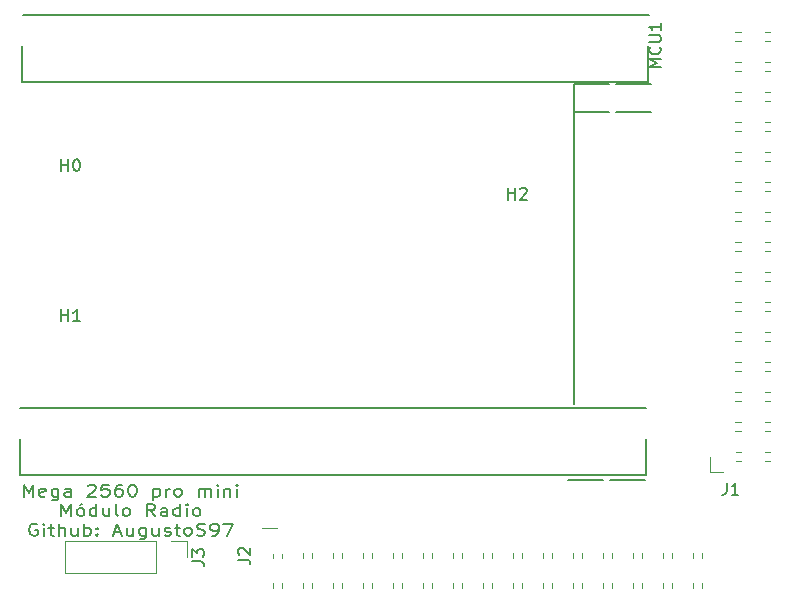
<source format=gbr>
%TF.GenerationSoftware,KiCad,Pcbnew,(5.1.9)-1*%
%TF.CreationDate,2021-09-19T21:25:35+01:00*%
%TF.ProjectId,Mega2560-pro-mini-radio,4d656761-3235-4363-902d-70726f2d6d69,rev?*%
%TF.SameCoordinates,Original*%
%TF.FileFunction,Legend,Top*%
%TF.FilePolarity,Positive*%
%FSLAX46Y46*%
G04 Gerber Fmt 4.6, Leading zero omitted, Abs format (unit mm)*
G04 Created by KiCad (PCBNEW (5.1.9)-1) date 2021-09-19 21:25:35*
%MOMM*%
%LPD*%
G01*
G04 APERTURE LIST*
%ADD10C,0.150000*%
%ADD11C,0.120000*%
G04 APERTURE END LIST*
D10*
X109081428Y-127072380D02*
X109081428Y-126072380D01*
X109481428Y-126786666D01*
X109881428Y-126072380D01*
X109881428Y-127072380D01*
X110910000Y-127024761D02*
X110795714Y-127072380D01*
X110567142Y-127072380D01*
X110452857Y-127024761D01*
X110395714Y-126929523D01*
X110395714Y-126548571D01*
X110452857Y-126453333D01*
X110567142Y-126405714D01*
X110795714Y-126405714D01*
X110910000Y-126453333D01*
X110967142Y-126548571D01*
X110967142Y-126643809D01*
X110395714Y-126739047D01*
X111995714Y-126405714D02*
X111995714Y-127215238D01*
X111938571Y-127310476D01*
X111881428Y-127358095D01*
X111767142Y-127405714D01*
X111595714Y-127405714D01*
X111481428Y-127358095D01*
X111995714Y-127024761D02*
X111881428Y-127072380D01*
X111652857Y-127072380D01*
X111538571Y-127024761D01*
X111481428Y-126977142D01*
X111424285Y-126881904D01*
X111424285Y-126596190D01*
X111481428Y-126500952D01*
X111538571Y-126453333D01*
X111652857Y-126405714D01*
X111881428Y-126405714D01*
X111995714Y-126453333D01*
X113081428Y-127072380D02*
X113081428Y-126548571D01*
X113024285Y-126453333D01*
X112910000Y-126405714D01*
X112681428Y-126405714D01*
X112567142Y-126453333D01*
X113081428Y-127024761D02*
X112967142Y-127072380D01*
X112681428Y-127072380D01*
X112567142Y-127024761D01*
X112510000Y-126929523D01*
X112510000Y-126834285D01*
X112567142Y-126739047D01*
X112681428Y-126691428D01*
X112967142Y-126691428D01*
X113081428Y-126643809D01*
X114510000Y-126167619D02*
X114567142Y-126120000D01*
X114681428Y-126072380D01*
X114967142Y-126072380D01*
X115081428Y-126120000D01*
X115138571Y-126167619D01*
X115195714Y-126262857D01*
X115195714Y-126358095D01*
X115138571Y-126500952D01*
X114452857Y-127072380D01*
X115195714Y-127072380D01*
X116281428Y-126072380D02*
X115710000Y-126072380D01*
X115652857Y-126548571D01*
X115710000Y-126500952D01*
X115824285Y-126453333D01*
X116110000Y-126453333D01*
X116224285Y-126500952D01*
X116281428Y-126548571D01*
X116338571Y-126643809D01*
X116338571Y-126881904D01*
X116281428Y-126977142D01*
X116224285Y-127024761D01*
X116110000Y-127072380D01*
X115824285Y-127072380D01*
X115710000Y-127024761D01*
X115652857Y-126977142D01*
X117367142Y-126072380D02*
X117138571Y-126072380D01*
X117024285Y-126120000D01*
X116967142Y-126167619D01*
X116852857Y-126310476D01*
X116795714Y-126500952D01*
X116795714Y-126881904D01*
X116852857Y-126977142D01*
X116910000Y-127024761D01*
X117024285Y-127072380D01*
X117252857Y-127072380D01*
X117367142Y-127024761D01*
X117424285Y-126977142D01*
X117481428Y-126881904D01*
X117481428Y-126643809D01*
X117424285Y-126548571D01*
X117367142Y-126500952D01*
X117252857Y-126453333D01*
X117024285Y-126453333D01*
X116910000Y-126500952D01*
X116852857Y-126548571D01*
X116795714Y-126643809D01*
X118224285Y-126072380D02*
X118338571Y-126072380D01*
X118452857Y-126120000D01*
X118510000Y-126167619D01*
X118567142Y-126262857D01*
X118624285Y-126453333D01*
X118624285Y-126691428D01*
X118567142Y-126881904D01*
X118510000Y-126977142D01*
X118452857Y-127024761D01*
X118338571Y-127072380D01*
X118224285Y-127072380D01*
X118110000Y-127024761D01*
X118052857Y-126977142D01*
X117995714Y-126881904D01*
X117938571Y-126691428D01*
X117938571Y-126453333D01*
X117995714Y-126262857D01*
X118052857Y-126167619D01*
X118110000Y-126120000D01*
X118224285Y-126072380D01*
X120052857Y-126405714D02*
X120052857Y-127405714D01*
X120052857Y-126453333D02*
X120167142Y-126405714D01*
X120395714Y-126405714D01*
X120510000Y-126453333D01*
X120567142Y-126500952D01*
X120624285Y-126596190D01*
X120624285Y-126881904D01*
X120567142Y-126977142D01*
X120510000Y-127024761D01*
X120395714Y-127072380D01*
X120167142Y-127072380D01*
X120052857Y-127024761D01*
X121138571Y-127072380D02*
X121138571Y-126405714D01*
X121138571Y-126596190D02*
X121195714Y-126500952D01*
X121252857Y-126453333D01*
X121367142Y-126405714D01*
X121481428Y-126405714D01*
X122052857Y-127072380D02*
X121938571Y-127024761D01*
X121881428Y-126977142D01*
X121824285Y-126881904D01*
X121824285Y-126596190D01*
X121881428Y-126500952D01*
X121938571Y-126453333D01*
X122052857Y-126405714D01*
X122224285Y-126405714D01*
X122338571Y-126453333D01*
X122395714Y-126500952D01*
X122452857Y-126596190D01*
X122452857Y-126881904D01*
X122395714Y-126977142D01*
X122338571Y-127024761D01*
X122224285Y-127072380D01*
X122052857Y-127072380D01*
X123881428Y-127072380D02*
X123881428Y-126405714D01*
X123881428Y-126500952D02*
X123938571Y-126453333D01*
X124052857Y-126405714D01*
X124224285Y-126405714D01*
X124338571Y-126453333D01*
X124395714Y-126548571D01*
X124395714Y-127072380D01*
X124395714Y-126548571D02*
X124452857Y-126453333D01*
X124567142Y-126405714D01*
X124738571Y-126405714D01*
X124852857Y-126453333D01*
X124910000Y-126548571D01*
X124910000Y-127072380D01*
X125481428Y-127072380D02*
X125481428Y-126405714D01*
X125481428Y-126072380D02*
X125424285Y-126120000D01*
X125481428Y-126167619D01*
X125538571Y-126120000D01*
X125481428Y-126072380D01*
X125481428Y-126167619D01*
X126052857Y-126405714D02*
X126052857Y-127072380D01*
X126052857Y-126500952D02*
X126110000Y-126453333D01*
X126224285Y-126405714D01*
X126395714Y-126405714D01*
X126510000Y-126453333D01*
X126567142Y-126548571D01*
X126567142Y-127072380D01*
X127138571Y-127072380D02*
X127138571Y-126405714D01*
X127138571Y-126072380D02*
X127081428Y-126120000D01*
X127138571Y-126167619D01*
X127195714Y-126120000D01*
X127138571Y-126072380D01*
X127138571Y-126167619D01*
X112252857Y-128722380D02*
X112252857Y-127722380D01*
X112652857Y-128436666D01*
X113052857Y-127722380D01*
X113052857Y-128722380D01*
X113795714Y-128722380D02*
X113681428Y-128674761D01*
X113624285Y-128627142D01*
X113567142Y-128531904D01*
X113567142Y-128246190D01*
X113624285Y-128150952D01*
X113681428Y-128103333D01*
X113795714Y-128055714D01*
X113967142Y-128055714D01*
X114081428Y-128103333D01*
X114138571Y-128150952D01*
X114195714Y-128246190D01*
X114195714Y-128531904D01*
X114138571Y-128627142D01*
X114081428Y-128674761D01*
X113967142Y-128722380D01*
X113795714Y-128722380D01*
X114024285Y-127674761D02*
X113852857Y-127817619D01*
X115224285Y-128722380D02*
X115224285Y-127722380D01*
X115224285Y-128674761D02*
X115110000Y-128722380D01*
X114881428Y-128722380D01*
X114767142Y-128674761D01*
X114710000Y-128627142D01*
X114652857Y-128531904D01*
X114652857Y-128246190D01*
X114710000Y-128150952D01*
X114767142Y-128103333D01*
X114881428Y-128055714D01*
X115110000Y-128055714D01*
X115224285Y-128103333D01*
X116310000Y-128055714D02*
X116310000Y-128722380D01*
X115795714Y-128055714D02*
X115795714Y-128579523D01*
X115852857Y-128674761D01*
X115967142Y-128722380D01*
X116138571Y-128722380D01*
X116252857Y-128674761D01*
X116310000Y-128627142D01*
X117052857Y-128722380D02*
X116938571Y-128674761D01*
X116881428Y-128579523D01*
X116881428Y-127722380D01*
X117681428Y-128722380D02*
X117567142Y-128674761D01*
X117510000Y-128627142D01*
X117452857Y-128531904D01*
X117452857Y-128246190D01*
X117510000Y-128150952D01*
X117567142Y-128103333D01*
X117681428Y-128055714D01*
X117852857Y-128055714D01*
X117967142Y-128103333D01*
X118024285Y-128150952D01*
X118081428Y-128246190D01*
X118081428Y-128531904D01*
X118024285Y-128627142D01*
X117967142Y-128674761D01*
X117852857Y-128722380D01*
X117681428Y-128722380D01*
X120195714Y-128722380D02*
X119795714Y-128246190D01*
X119510000Y-128722380D02*
X119510000Y-127722380D01*
X119967142Y-127722380D01*
X120081428Y-127770000D01*
X120138571Y-127817619D01*
X120195714Y-127912857D01*
X120195714Y-128055714D01*
X120138571Y-128150952D01*
X120081428Y-128198571D01*
X119967142Y-128246190D01*
X119510000Y-128246190D01*
X121224285Y-128722380D02*
X121224285Y-128198571D01*
X121167142Y-128103333D01*
X121052857Y-128055714D01*
X120824285Y-128055714D01*
X120710000Y-128103333D01*
X121224285Y-128674761D02*
X121110000Y-128722380D01*
X120824285Y-128722380D01*
X120710000Y-128674761D01*
X120652857Y-128579523D01*
X120652857Y-128484285D01*
X120710000Y-128389047D01*
X120824285Y-128341428D01*
X121110000Y-128341428D01*
X121224285Y-128293809D01*
X122310000Y-128722380D02*
X122310000Y-127722380D01*
X122310000Y-128674761D02*
X122195714Y-128722380D01*
X121967142Y-128722380D01*
X121852857Y-128674761D01*
X121795714Y-128627142D01*
X121738571Y-128531904D01*
X121738571Y-128246190D01*
X121795714Y-128150952D01*
X121852857Y-128103333D01*
X121967142Y-128055714D01*
X122195714Y-128055714D01*
X122310000Y-128103333D01*
X122881428Y-128722380D02*
X122881428Y-128055714D01*
X122881428Y-127722380D02*
X122824285Y-127770000D01*
X122881428Y-127817619D01*
X122938571Y-127770000D01*
X122881428Y-127722380D01*
X122881428Y-127817619D01*
X123624285Y-128722380D02*
X123510000Y-128674761D01*
X123452857Y-128627142D01*
X123395714Y-128531904D01*
X123395714Y-128246190D01*
X123452857Y-128150952D01*
X123510000Y-128103333D01*
X123624285Y-128055714D01*
X123795714Y-128055714D01*
X123910000Y-128103333D01*
X123967142Y-128150952D01*
X124024285Y-128246190D01*
X124024285Y-128531904D01*
X123967142Y-128627142D01*
X123910000Y-128674761D01*
X123795714Y-128722380D01*
X123624285Y-128722380D01*
X110195714Y-129420000D02*
X110081428Y-129372380D01*
X109910000Y-129372380D01*
X109738571Y-129420000D01*
X109624285Y-129515238D01*
X109567142Y-129610476D01*
X109510000Y-129800952D01*
X109510000Y-129943809D01*
X109567142Y-130134285D01*
X109624285Y-130229523D01*
X109738571Y-130324761D01*
X109910000Y-130372380D01*
X110024285Y-130372380D01*
X110195714Y-130324761D01*
X110252857Y-130277142D01*
X110252857Y-129943809D01*
X110024285Y-129943809D01*
X110767142Y-130372380D02*
X110767142Y-129705714D01*
X110767142Y-129372380D02*
X110710000Y-129420000D01*
X110767142Y-129467619D01*
X110824285Y-129420000D01*
X110767142Y-129372380D01*
X110767142Y-129467619D01*
X111167142Y-129705714D02*
X111624285Y-129705714D01*
X111338571Y-129372380D02*
X111338571Y-130229523D01*
X111395714Y-130324761D01*
X111510000Y-130372380D01*
X111624285Y-130372380D01*
X112024285Y-130372380D02*
X112024285Y-129372380D01*
X112538571Y-130372380D02*
X112538571Y-129848571D01*
X112481428Y-129753333D01*
X112367142Y-129705714D01*
X112195714Y-129705714D01*
X112081428Y-129753333D01*
X112024285Y-129800952D01*
X113624285Y-129705714D02*
X113624285Y-130372380D01*
X113110000Y-129705714D02*
X113110000Y-130229523D01*
X113167142Y-130324761D01*
X113281428Y-130372380D01*
X113452857Y-130372380D01*
X113567142Y-130324761D01*
X113624285Y-130277142D01*
X114195714Y-130372380D02*
X114195714Y-129372380D01*
X114195714Y-129753333D02*
X114310000Y-129705714D01*
X114538571Y-129705714D01*
X114652857Y-129753333D01*
X114710000Y-129800952D01*
X114767142Y-129896190D01*
X114767142Y-130181904D01*
X114710000Y-130277142D01*
X114652857Y-130324761D01*
X114538571Y-130372380D01*
X114310000Y-130372380D01*
X114195714Y-130324761D01*
X115281428Y-130277142D02*
X115338571Y-130324761D01*
X115281428Y-130372380D01*
X115224285Y-130324761D01*
X115281428Y-130277142D01*
X115281428Y-130372380D01*
X115281428Y-129753333D02*
X115338571Y-129800952D01*
X115281428Y-129848571D01*
X115224285Y-129800952D01*
X115281428Y-129753333D01*
X115281428Y-129848571D01*
X116710000Y-130086666D02*
X117281428Y-130086666D01*
X116595714Y-130372380D02*
X116995714Y-129372380D01*
X117395714Y-130372380D01*
X118310000Y-129705714D02*
X118310000Y-130372380D01*
X117795714Y-129705714D02*
X117795714Y-130229523D01*
X117852857Y-130324761D01*
X117967142Y-130372380D01*
X118138571Y-130372380D01*
X118252857Y-130324761D01*
X118310000Y-130277142D01*
X119395714Y-129705714D02*
X119395714Y-130515238D01*
X119338571Y-130610476D01*
X119281428Y-130658095D01*
X119167142Y-130705714D01*
X118995714Y-130705714D01*
X118881428Y-130658095D01*
X119395714Y-130324761D02*
X119281428Y-130372380D01*
X119052857Y-130372380D01*
X118938571Y-130324761D01*
X118881428Y-130277142D01*
X118824285Y-130181904D01*
X118824285Y-129896190D01*
X118881428Y-129800952D01*
X118938571Y-129753333D01*
X119052857Y-129705714D01*
X119281428Y-129705714D01*
X119395714Y-129753333D01*
X120481428Y-129705714D02*
X120481428Y-130372380D01*
X119967142Y-129705714D02*
X119967142Y-130229523D01*
X120024285Y-130324761D01*
X120138571Y-130372380D01*
X120310000Y-130372380D01*
X120424285Y-130324761D01*
X120481428Y-130277142D01*
X120995714Y-130324761D02*
X121110000Y-130372380D01*
X121338571Y-130372380D01*
X121452857Y-130324761D01*
X121510000Y-130229523D01*
X121510000Y-130181904D01*
X121452857Y-130086666D01*
X121338571Y-130039047D01*
X121167142Y-130039047D01*
X121052857Y-129991428D01*
X120995714Y-129896190D01*
X120995714Y-129848571D01*
X121052857Y-129753333D01*
X121167142Y-129705714D01*
X121338571Y-129705714D01*
X121452857Y-129753333D01*
X121852857Y-129705714D02*
X122310000Y-129705714D01*
X122024285Y-129372380D02*
X122024285Y-130229523D01*
X122081428Y-130324761D01*
X122195714Y-130372380D01*
X122310000Y-130372380D01*
X122881428Y-130372380D02*
X122767142Y-130324761D01*
X122710000Y-130277142D01*
X122652857Y-130181904D01*
X122652857Y-129896190D01*
X122710000Y-129800952D01*
X122767142Y-129753333D01*
X122881428Y-129705714D01*
X123052857Y-129705714D01*
X123167142Y-129753333D01*
X123224285Y-129800952D01*
X123281428Y-129896190D01*
X123281428Y-130181904D01*
X123224285Y-130277142D01*
X123167142Y-130324761D01*
X123052857Y-130372380D01*
X122881428Y-130372380D01*
X123738571Y-130324761D02*
X123910000Y-130372380D01*
X124195714Y-130372380D01*
X124310000Y-130324761D01*
X124367142Y-130277142D01*
X124424285Y-130181904D01*
X124424285Y-130086666D01*
X124367142Y-129991428D01*
X124310000Y-129943809D01*
X124195714Y-129896190D01*
X123967142Y-129848571D01*
X123852857Y-129800952D01*
X123795714Y-129753333D01*
X123738571Y-129658095D01*
X123738571Y-129562857D01*
X123795714Y-129467619D01*
X123852857Y-129420000D01*
X123967142Y-129372380D01*
X124252857Y-129372380D01*
X124424285Y-129420000D01*
X124995714Y-130372380D02*
X125224285Y-130372380D01*
X125338571Y-130324761D01*
X125395714Y-130277142D01*
X125510000Y-130134285D01*
X125567142Y-129943809D01*
X125567142Y-129562857D01*
X125510000Y-129467619D01*
X125452857Y-129420000D01*
X125338571Y-129372380D01*
X125110000Y-129372380D01*
X124995714Y-129420000D01*
X124938571Y-129467619D01*
X124881428Y-129562857D01*
X124881428Y-129800952D01*
X124938571Y-129896190D01*
X124995714Y-129943809D01*
X125110000Y-129991428D01*
X125338571Y-129991428D01*
X125452857Y-129943809D01*
X125510000Y-129896190D01*
X125567142Y-129800952D01*
X125967142Y-129372380D02*
X126767142Y-129372380D01*
X126252857Y-130372380D01*
D11*
%TO.C,J1*%
X172275000Y-124058000D02*
X171865000Y-124058000D01*
X169765000Y-124058000D02*
X169385000Y-124058000D01*
X172275000Y-123338000D02*
X171865000Y-123338000D01*
X169765000Y-123338000D02*
X169385000Y-123338000D01*
X172275000Y-121518000D02*
X171865000Y-121518000D01*
X169765000Y-121518000D02*
X169325000Y-121518000D01*
X172275000Y-120798000D02*
X171865000Y-120798000D01*
X169765000Y-120798000D02*
X169325000Y-120798000D01*
X172275000Y-118978000D02*
X171865000Y-118978000D01*
X169765000Y-118978000D02*
X169325000Y-118978000D01*
X172275000Y-118258000D02*
X171865000Y-118258000D01*
X169765000Y-118258000D02*
X169325000Y-118258000D01*
X172275000Y-116438000D02*
X171865000Y-116438000D01*
X169765000Y-116438000D02*
X169325000Y-116438000D01*
X172275000Y-115718000D02*
X171865000Y-115718000D01*
X169765000Y-115718000D02*
X169325000Y-115718000D01*
X172275000Y-113898000D02*
X171865000Y-113898000D01*
X169765000Y-113898000D02*
X169325000Y-113898000D01*
X172275000Y-113178000D02*
X171865000Y-113178000D01*
X169765000Y-113178000D02*
X169325000Y-113178000D01*
X172275000Y-111358000D02*
X171865000Y-111358000D01*
X169765000Y-111358000D02*
X169325000Y-111358000D01*
X172275000Y-110638000D02*
X171865000Y-110638000D01*
X169765000Y-110638000D02*
X169325000Y-110638000D01*
X172275000Y-108818000D02*
X171865000Y-108818000D01*
X169765000Y-108818000D02*
X169325000Y-108818000D01*
X172275000Y-108098000D02*
X171865000Y-108098000D01*
X169765000Y-108098000D02*
X169325000Y-108098000D01*
X172275000Y-106278000D02*
X171865000Y-106278000D01*
X169765000Y-106278000D02*
X169325000Y-106278000D01*
X172275000Y-105558000D02*
X171865000Y-105558000D01*
X169765000Y-105558000D02*
X169325000Y-105558000D01*
X172275000Y-103738000D02*
X171865000Y-103738000D01*
X169765000Y-103738000D02*
X169325000Y-103738000D01*
X172275000Y-103018000D02*
X171865000Y-103018000D01*
X169765000Y-103018000D02*
X169325000Y-103018000D01*
X172275000Y-101198000D02*
X171865000Y-101198000D01*
X169765000Y-101198000D02*
X169325000Y-101198000D01*
X172275000Y-100478000D02*
X171865000Y-100478000D01*
X169765000Y-100478000D02*
X169325000Y-100478000D01*
X172275000Y-98658000D02*
X171865000Y-98658000D01*
X169765000Y-98658000D02*
X169325000Y-98658000D01*
X172275000Y-97938000D02*
X171865000Y-97938000D01*
X169765000Y-97938000D02*
X169325000Y-97938000D01*
X172275000Y-96118000D02*
X171865000Y-96118000D01*
X169765000Y-96118000D02*
X169325000Y-96118000D01*
X172275000Y-95398000D02*
X171865000Y-95398000D01*
X169765000Y-95398000D02*
X169325000Y-95398000D01*
X172275000Y-93578000D02*
X171865000Y-93578000D01*
X169765000Y-93578000D02*
X169325000Y-93578000D01*
X172275000Y-92858000D02*
X171865000Y-92858000D01*
X169765000Y-92858000D02*
X169325000Y-92858000D01*
X172275000Y-91038000D02*
X171865000Y-91038000D01*
X169765000Y-91038000D02*
X169325000Y-91038000D01*
X172275000Y-90318000D02*
X171865000Y-90318000D01*
X169765000Y-90318000D02*
X169325000Y-90318000D01*
X172275000Y-88498000D02*
X171865000Y-88498000D01*
X169765000Y-88498000D02*
X169325000Y-88498000D01*
X172275000Y-87778000D02*
X171865000Y-87778000D01*
X169765000Y-87778000D02*
X169325000Y-87778000D01*
X167165000Y-125028000D02*
X167165000Y-123698000D01*
X168275000Y-125028000D02*
X167165000Y-125028000D01*
%TO.C,J2*%
X130196000Y-134810000D02*
X130196000Y-134400000D01*
X130196000Y-132300000D02*
X130196000Y-131920000D01*
X130916000Y-134810000D02*
X130916000Y-134400000D01*
X130916000Y-132300000D02*
X130916000Y-131920000D01*
X132736000Y-134810000D02*
X132736000Y-134400000D01*
X132736000Y-132300000D02*
X132736000Y-131860000D01*
X133456000Y-134810000D02*
X133456000Y-134400000D01*
X133456000Y-132300000D02*
X133456000Y-131860000D01*
X135276000Y-134810000D02*
X135276000Y-134400000D01*
X135276000Y-132300000D02*
X135276000Y-131860000D01*
X135996000Y-134810000D02*
X135996000Y-134400000D01*
X135996000Y-132300000D02*
X135996000Y-131860000D01*
X137816000Y-134810000D02*
X137816000Y-134400000D01*
X137816000Y-132300000D02*
X137816000Y-131860000D01*
X138536000Y-134810000D02*
X138536000Y-134400000D01*
X138536000Y-132300000D02*
X138536000Y-131860000D01*
X140356000Y-134810000D02*
X140356000Y-134400000D01*
X140356000Y-132300000D02*
X140356000Y-131860000D01*
X141076000Y-134810000D02*
X141076000Y-134400000D01*
X141076000Y-132300000D02*
X141076000Y-131860000D01*
X142896000Y-134810000D02*
X142896000Y-134400000D01*
X142896000Y-132300000D02*
X142896000Y-131860000D01*
X143616000Y-134810000D02*
X143616000Y-134400000D01*
X143616000Y-132300000D02*
X143616000Y-131860000D01*
X145436000Y-134810000D02*
X145436000Y-134400000D01*
X145436000Y-132300000D02*
X145436000Y-131860000D01*
X146156000Y-134810000D02*
X146156000Y-134400000D01*
X146156000Y-132300000D02*
X146156000Y-131860000D01*
X147976000Y-134810000D02*
X147976000Y-134400000D01*
X147976000Y-132300000D02*
X147976000Y-131860000D01*
X148696000Y-134810000D02*
X148696000Y-134400000D01*
X148696000Y-132300000D02*
X148696000Y-131860000D01*
X150516000Y-134810000D02*
X150516000Y-134400000D01*
X150516000Y-132300000D02*
X150516000Y-131860000D01*
X151236000Y-134810000D02*
X151236000Y-134400000D01*
X151236000Y-132300000D02*
X151236000Y-131860000D01*
X153056000Y-134810000D02*
X153056000Y-134400000D01*
X153056000Y-132300000D02*
X153056000Y-131860000D01*
X153776000Y-134810000D02*
X153776000Y-134400000D01*
X153776000Y-132300000D02*
X153776000Y-131860000D01*
X155596000Y-134810000D02*
X155596000Y-134400000D01*
X155596000Y-132300000D02*
X155596000Y-131860000D01*
X156316000Y-134810000D02*
X156316000Y-134400000D01*
X156316000Y-132300000D02*
X156316000Y-131860000D01*
X158136000Y-134810000D02*
X158136000Y-134400000D01*
X158136000Y-132300000D02*
X158136000Y-131860000D01*
X158856000Y-134810000D02*
X158856000Y-134400000D01*
X158856000Y-132300000D02*
X158856000Y-131860000D01*
X160676000Y-134810000D02*
X160676000Y-134400000D01*
X160676000Y-132300000D02*
X160676000Y-131860000D01*
X161396000Y-134810000D02*
X161396000Y-134400000D01*
X161396000Y-132300000D02*
X161396000Y-131860000D01*
X163216000Y-134810000D02*
X163216000Y-134400000D01*
X163216000Y-132300000D02*
X163216000Y-131860000D01*
X163936000Y-134810000D02*
X163936000Y-134400000D01*
X163936000Y-132300000D02*
X163936000Y-131860000D01*
X165756000Y-134810000D02*
X165756000Y-134400000D01*
X165756000Y-132300000D02*
X165756000Y-131860000D01*
X166476000Y-134810000D02*
X166476000Y-134400000D01*
X166476000Y-132300000D02*
X166476000Y-131860000D01*
X129226000Y-129700000D02*
X130556000Y-129700000D01*
D10*
%TO.C,MCU1*%
X158695667Y-125705845D02*
X161695667Y-125705845D01*
X155125667Y-125705845D02*
X158125667Y-125705845D01*
X161729000Y-125238000D02*
X108729000Y-125238000D01*
X108729000Y-125238000D02*
X108729000Y-122238000D01*
X161729000Y-122238000D02*
X161729000Y-125238000D01*
X108759000Y-119588000D02*
X161759000Y-119588000D01*
X162215667Y-94545845D02*
X159215667Y-94545845D01*
X158645667Y-94545845D02*
X155645667Y-94545845D01*
X155629000Y-119238000D02*
X155645667Y-92175845D01*
X159215667Y-92175845D02*
X162215667Y-92175845D01*
X155645667Y-92175845D02*
X158645667Y-92175845D01*
X161949000Y-91958000D02*
X108949000Y-91958000D01*
X108949000Y-91958000D02*
X108949000Y-88958000D01*
X161949000Y-88958000D02*
X161949000Y-91958000D01*
X108979000Y-86308000D02*
X161979000Y-86308000D01*
D11*
%TO.C,J3*%
X112589000Y-130877000D02*
X112589000Y-133537000D01*
X120269000Y-130877000D02*
X112589000Y-130877000D01*
X120269000Y-133537000D02*
X112589000Y-133537000D01*
X120269000Y-130877000D02*
X120269000Y-133537000D01*
X121539000Y-130877000D02*
X122869000Y-130877000D01*
X122869000Y-130877000D02*
X122869000Y-132207000D01*
%TO.C,J1*%
D10*
X168576666Y-125920380D02*
X168576666Y-126634666D01*
X168529047Y-126777523D01*
X168433809Y-126872761D01*
X168290952Y-126920380D01*
X168195714Y-126920380D01*
X169576666Y-126920380D02*
X169005238Y-126920380D01*
X169290952Y-126920380D02*
X169290952Y-125920380D01*
X169195714Y-126063238D01*
X169100476Y-126158476D01*
X169005238Y-126206095D01*
%TO.C,J2*%
X127238380Y-132413333D02*
X127952666Y-132413333D01*
X128095523Y-132460952D01*
X128190761Y-132556190D01*
X128238380Y-132699047D01*
X128238380Y-132794285D01*
X127333619Y-131984761D02*
X127286000Y-131937142D01*
X127238380Y-131841904D01*
X127238380Y-131603809D01*
X127286000Y-131508571D01*
X127333619Y-131460952D01*
X127428857Y-131413333D01*
X127524095Y-131413333D01*
X127666952Y-131460952D01*
X128238380Y-132032380D01*
X128238380Y-131413333D01*
%TO.C,H2*%
X150114095Y-101925380D02*
X150114095Y-100925380D01*
X150114095Y-101401571D02*
X150685523Y-101401571D01*
X150685523Y-101925380D02*
X150685523Y-100925380D01*
X151114095Y-101020619D02*
X151161714Y-100973000D01*
X151256952Y-100925380D01*
X151495047Y-100925380D01*
X151590285Y-100973000D01*
X151637904Y-101020619D01*
X151685523Y-101115857D01*
X151685523Y-101211095D01*
X151637904Y-101353952D01*
X151066476Y-101925380D01*
X151685523Y-101925380D01*
%TO.C,H1*%
X112268095Y-112212380D02*
X112268095Y-111212380D01*
X112268095Y-111688571D02*
X112839523Y-111688571D01*
X112839523Y-112212380D02*
X112839523Y-111212380D01*
X113839523Y-112212380D02*
X113268095Y-112212380D01*
X113553809Y-112212380D02*
X113553809Y-111212380D01*
X113458571Y-111355238D01*
X113363333Y-111450476D01*
X113268095Y-111498095D01*
%TO.C,H0*%
X112268095Y-99512380D02*
X112268095Y-98512380D01*
X112268095Y-98988571D02*
X112839523Y-98988571D01*
X112839523Y-99512380D02*
X112839523Y-98512380D01*
X113506190Y-98512380D02*
X113601428Y-98512380D01*
X113696666Y-98560000D01*
X113744285Y-98607619D01*
X113791904Y-98702857D01*
X113839523Y-98893333D01*
X113839523Y-99131428D01*
X113791904Y-99321904D01*
X113744285Y-99417142D01*
X113696666Y-99464761D01*
X113601428Y-99512380D01*
X113506190Y-99512380D01*
X113410952Y-99464761D01*
X113363333Y-99417142D01*
X113315714Y-99321904D01*
X113268095Y-99131428D01*
X113268095Y-98893333D01*
X113315714Y-98702857D01*
X113363333Y-98607619D01*
X113410952Y-98560000D01*
X113506190Y-98512380D01*
%TO.C,MCU1*%
X163012380Y-90733333D02*
X162012380Y-90733333D01*
X162726666Y-90400000D01*
X162012380Y-90066666D01*
X163012380Y-90066666D01*
X162917142Y-89019047D02*
X162964761Y-89066666D01*
X163012380Y-89209523D01*
X163012380Y-89304761D01*
X162964761Y-89447619D01*
X162869523Y-89542857D01*
X162774285Y-89590476D01*
X162583809Y-89638095D01*
X162440952Y-89638095D01*
X162250476Y-89590476D01*
X162155238Y-89542857D01*
X162060000Y-89447619D01*
X162012380Y-89304761D01*
X162012380Y-89209523D01*
X162060000Y-89066666D01*
X162107619Y-89019047D01*
X162012380Y-88590476D02*
X162821904Y-88590476D01*
X162917142Y-88542857D01*
X162964761Y-88495238D01*
X163012380Y-88400000D01*
X163012380Y-88209523D01*
X162964761Y-88114285D01*
X162917142Y-88066666D01*
X162821904Y-88019047D01*
X162012380Y-88019047D01*
X163012380Y-87019047D02*
X163012380Y-87590476D01*
X163012380Y-87304761D02*
X162012380Y-87304761D01*
X162155238Y-87400000D01*
X162250476Y-87495238D01*
X162298095Y-87590476D01*
%TO.C,J3*%
X123321380Y-132540333D02*
X124035666Y-132540333D01*
X124178523Y-132587952D01*
X124273761Y-132683190D01*
X124321380Y-132826047D01*
X124321380Y-132921285D01*
X123321380Y-132159380D02*
X123321380Y-131540333D01*
X123702333Y-131873666D01*
X123702333Y-131730809D01*
X123749952Y-131635571D01*
X123797571Y-131587952D01*
X123892809Y-131540333D01*
X124130904Y-131540333D01*
X124226142Y-131587952D01*
X124273761Y-131635571D01*
X124321380Y-131730809D01*
X124321380Y-132016523D01*
X124273761Y-132111761D01*
X124226142Y-132159380D01*
%TD*%
M02*

</source>
